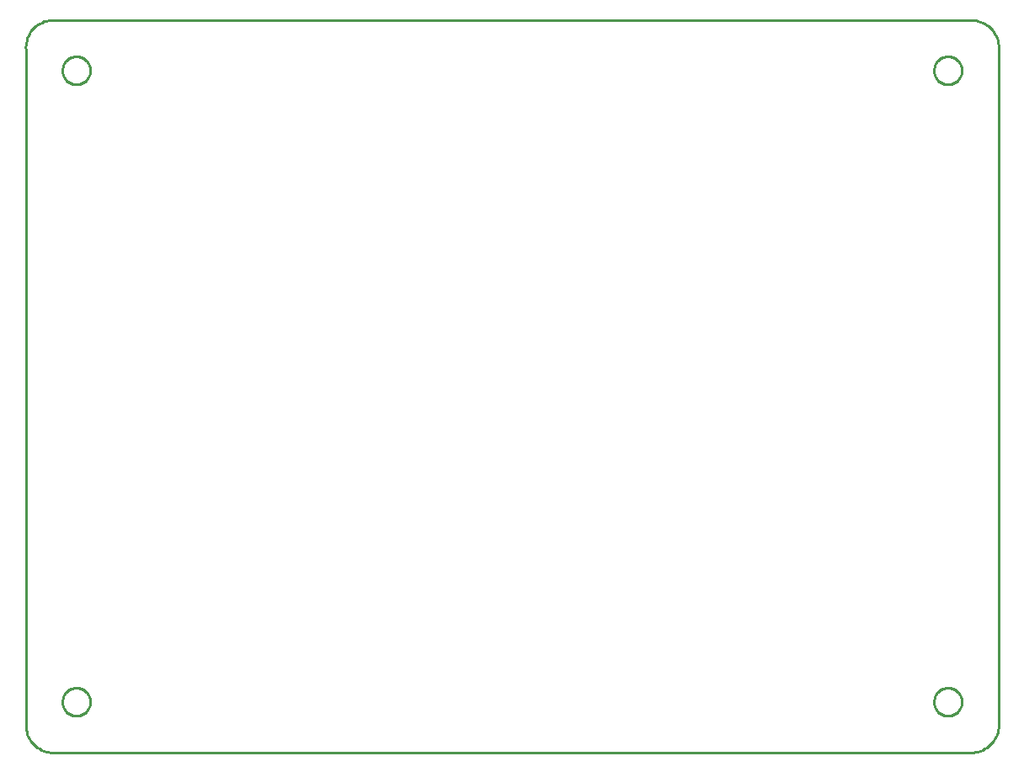
<source format=gbr>
G04 EAGLE Gerber X2 export*
%TF.Part,Single*%
%TF.FileFunction,Profile,NP*%
%TF.FilePolarity,Positive*%
%TF.GenerationSoftware,Autodesk,EAGLE,9.1.3*%
%TF.CreationDate,2020-01-09T21:36:22Z*%
G75*
%MOMM*%
%FSLAX34Y34*%
%LPD*%
%AMOC8*
5,1,8,0,0,1.08239X$1,22.5*%
G01*
%ADD10C,0.254000*%


D10*
X825500Y228600D02*
X825806Y226195D01*
X826320Y223825D01*
X827039Y221509D01*
X827957Y219265D01*
X829067Y217109D01*
X830361Y215058D01*
X831829Y213128D01*
X833459Y211333D01*
X835239Y209687D01*
X837157Y208202D01*
X839196Y206890D01*
X841342Y205761D01*
X843578Y204823D01*
X845887Y204084D01*
X848252Y203549D01*
X850655Y203221D01*
X850900Y203200D01*
X1778000Y203200D01*
X1780405Y203506D01*
X1782775Y204020D01*
X1785091Y204739D01*
X1787335Y205657D01*
X1789491Y206767D01*
X1791542Y208061D01*
X1793472Y209529D01*
X1795267Y211159D01*
X1796913Y212940D01*
X1798398Y214857D01*
X1799710Y216896D01*
X1800839Y219042D01*
X1801777Y221278D01*
X1802516Y223587D01*
X1803051Y225952D01*
X1803379Y228355D01*
X1803495Y230777D01*
X1803400Y233200D01*
X1803400Y914400D01*
X1803094Y916805D01*
X1802580Y919175D01*
X1801861Y921491D01*
X1800943Y923735D01*
X1799833Y925891D01*
X1798539Y927942D01*
X1797071Y929872D01*
X1795441Y931667D01*
X1793661Y933313D01*
X1791743Y934798D01*
X1789704Y936110D01*
X1787558Y937239D01*
X1785322Y938177D01*
X1783013Y938916D01*
X1780648Y939451D01*
X1778245Y939779D01*
X1775823Y939895D01*
X1773400Y939800D01*
X850900Y939800D01*
X848495Y939494D01*
X846125Y938980D01*
X843809Y938261D01*
X841565Y937343D01*
X839409Y936233D01*
X837358Y934939D01*
X835428Y933471D01*
X833633Y931841D01*
X831987Y930061D01*
X830502Y928143D01*
X829190Y926104D01*
X828061Y923958D01*
X827123Y921722D01*
X826384Y919413D01*
X825849Y917048D01*
X825521Y914645D01*
X825405Y912223D01*
X825500Y909800D01*
X825500Y228600D01*
X890300Y888500D02*
X890229Y887503D01*
X890086Y886513D01*
X889874Y885536D01*
X889592Y884576D01*
X889243Y883639D01*
X888827Y882729D01*
X888348Y881852D01*
X887807Y881010D01*
X887208Y880210D01*
X886553Y879454D01*
X885846Y878747D01*
X885090Y878092D01*
X884290Y877493D01*
X883448Y876952D01*
X882571Y876473D01*
X881661Y876057D01*
X880724Y875708D01*
X879765Y875426D01*
X878787Y875214D01*
X877798Y875071D01*
X876800Y875000D01*
X875800Y875000D01*
X874803Y875071D01*
X873813Y875214D01*
X872836Y875426D01*
X871876Y875708D01*
X870939Y876057D01*
X870029Y876473D01*
X869152Y876952D01*
X868310Y877493D01*
X867510Y878092D01*
X866754Y878747D01*
X866047Y879454D01*
X865392Y880210D01*
X864793Y881010D01*
X864252Y881852D01*
X863773Y882729D01*
X863357Y883639D01*
X863008Y884576D01*
X862726Y885536D01*
X862514Y886513D01*
X862371Y887503D01*
X862300Y888500D01*
X862300Y889500D01*
X862371Y890498D01*
X862514Y891487D01*
X862726Y892465D01*
X863008Y893424D01*
X863357Y894361D01*
X863773Y895271D01*
X864252Y896148D01*
X864793Y896990D01*
X865392Y897790D01*
X866047Y898546D01*
X866754Y899253D01*
X867510Y899908D01*
X868310Y900507D01*
X869152Y901048D01*
X870029Y901527D01*
X870939Y901943D01*
X871876Y902292D01*
X872836Y902574D01*
X873813Y902786D01*
X874803Y902929D01*
X875800Y903000D01*
X876800Y903000D01*
X877798Y902929D01*
X878787Y902786D01*
X879765Y902574D01*
X880724Y902292D01*
X881661Y901943D01*
X882571Y901527D01*
X883448Y901048D01*
X884290Y900507D01*
X885090Y899908D01*
X885846Y899253D01*
X886553Y898546D01*
X887208Y897790D01*
X887807Y896990D01*
X888348Y896148D01*
X888827Y895271D01*
X889243Y894361D01*
X889592Y893424D01*
X889874Y892465D01*
X890086Y891487D01*
X890229Y890498D01*
X890300Y889500D01*
X890300Y888500D01*
X1766600Y888500D02*
X1766529Y887503D01*
X1766386Y886513D01*
X1766174Y885536D01*
X1765892Y884576D01*
X1765543Y883639D01*
X1765127Y882729D01*
X1764648Y881852D01*
X1764107Y881010D01*
X1763508Y880210D01*
X1762853Y879454D01*
X1762146Y878747D01*
X1761390Y878092D01*
X1760590Y877493D01*
X1759748Y876952D01*
X1758871Y876473D01*
X1757961Y876057D01*
X1757024Y875708D01*
X1756065Y875426D01*
X1755087Y875214D01*
X1754098Y875071D01*
X1753100Y875000D01*
X1752100Y875000D01*
X1751103Y875071D01*
X1750113Y875214D01*
X1749136Y875426D01*
X1748176Y875708D01*
X1747239Y876057D01*
X1746329Y876473D01*
X1745452Y876952D01*
X1744610Y877493D01*
X1743810Y878092D01*
X1743054Y878747D01*
X1742347Y879454D01*
X1741692Y880210D01*
X1741093Y881010D01*
X1740552Y881852D01*
X1740073Y882729D01*
X1739657Y883639D01*
X1739308Y884576D01*
X1739026Y885536D01*
X1738814Y886513D01*
X1738671Y887503D01*
X1738600Y888500D01*
X1738600Y889500D01*
X1738671Y890498D01*
X1738814Y891487D01*
X1739026Y892465D01*
X1739308Y893424D01*
X1739657Y894361D01*
X1740073Y895271D01*
X1740552Y896148D01*
X1741093Y896990D01*
X1741692Y897790D01*
X1742347Y898546D01*
X1743054Y899253D01*
X1743810Y899908D01*
X1744610Y900507D01*
X1745452Y901048D01*
X1746329Y901527D01*
X1747239Y901943D01*
X1748176Y902292D01*
X1749136Y902574D01*
X1750113Y902786D01*
X1751103Y902929D01*
X1752100Y903000D01*
X1753100Y903000D01*
X1754098Y902929D01*
X1755087Y902786D01*
X1756065Y902574D01*
X1757024Y902292D01*
X1757961Y901943D01*
X1758871Y901527D01*
X1759748Y901048D01*
X1760590Y900507D01*
X1761390Y899908D01*
X1762146Y899253D01*
X1762853Y898546D01*
X1763508Y897790D01*
X1764107Y896990D01*
X1764648Y896148D01*
X1765127Y895271D01*
X1765543Y894361D01*
X1765892Y893424D01*
X1766174Y892465D01*
X1766386Y891487D01*
X1766529Y890498D01*
X1766600Y889500D01*
X1766600Y888500D01*
X1766600Y253500D02*
X1766529Y252503D01*
X1766386Y251513D01*
X1766174Y250536D01*
X1765892Y249576D01*
X1765543Y248639D01*
X1765127Y247729D01*
X1764648Y246852D01*
X1764107Y246010D01*
X1763508Y245210D01*
X1762853Y244454D01*
X1762146Y243747D01*
X1761390Y243092D01*
X1760590Y242493D01*
X1759748Y241952D01*
X1758871Y241473D01*
X1757961Y241057D01*
X1757024Y240708D01*
X1756065Y240426D01*
X1755087Y240214D01*
X1754098Y240071D01*
X1753100Y240000D01*
X1752100Y240000D01*
X1751103Y240071D01*
X1750113Y240214D01*
X1749136Y240426D01*
X1748176Y240708D01*
X1747239Y241057D01*
X1746329Y241473D01*
X1745452Y241952D01*
X1744610Y242493D01*
X1743810Y243092D01*
X1743054Y243747D01*
X1742347Y244454D01*
X1741692Y245210D01*
X1741093Y246010D01*
X1740552Y246852D01*
X1740073Y247729D01*
X1739657Y248639D01*
X1739308Y249576D01*
X1739026Y250536D01*
X1738814Y251513D01*
X1738671Y252503D01*
X1738600Y253500D01*
X1738600Y254500D01*
X1738671Y255498D01*
X1738814Y256487D01*
X1739026Y257465D01*
X1739308Y258424D01*
X1739657Y259361D01*
X1740073Y260271D01*
X1740552Y261148D01*
X1741093Y261990D01*
X1741692Y262790D01*
X1742347Y263546D01*
X1743054Y264253D01*
X1743810Y264908D01*
X1744610Y265507D01*
X1745452Y266048D01*
X1746329Y266527D01*
X1747239Y266943D01*
X1748176Y267292D01*
X1749136Y267574D01*
X1750113Y267786D01*
X1751103Y267929D01*
X1752100Y268000D01*
X1753100Y268000D01*
X1754098Y267929D01*
X1755087Y267786D01*
X1756065Y267574D01*
X1757024Y267292D01*
X1757961Y266943D01*
X1758871Y266527D01*
X1759748Y266048D01*
X1760590Y265507D01*
X1761390Y264908D01*
X1762146Y264253D01*
X1762853Y263546D01*
X1763508Y262790D01*
X1764107Y261990D01*
X1764648Y261148D01*
X1765127Y260271D01*
X1765543Y259361D01*
X1765892Y258424D01*
X1766174Y257465D01*
X1766386Y256487D01*
X1766529Y255498D01*
X1766600Y254500D01*
X1766600Y253500D01*
X890300Y253500D02*
X890229Y252503D01*
X890086Y251513D01*
X889874Y250536D01*
X889592Y249576D01*
X889243Y248639D01*
X888827Y247729D01*
X888348Y246852D01*
X887807Y246010D01*
X887208Y245210D01*
X886553Y244454D01*
X885846Y243747D01*
X885090Y243092D01*
X884290Y242493D01*
X883448Y241952D01*
X882571Y241473D01*
X881661Y241057D01*
X880724Y240708D01*
X879765Y240426D01*
X878787Y240214D01*
X877798Y240071D01*
X876800Y240000D01*
X875800Y240000D01*
X874803Y240071D01*
X873813Y240214D01*
X872836Y240426D01*
X871876Y240708D01*
X870939Y241057D01*
X870029Y241473D01*
X869152Y241952D01*
X868310Y242493D01*
X867510Y243092D01*
X866754Y243747D01*
X866047Y244454D01*
X865392Y245210D01*
X864793Y246010D01*
X864252Y246852D01*
X863773Y247729D01*
X863357Y248639D01*
X863008Y249576D01*
X862726Y250536D01*
X862514Y251513D01*
X862371Y252503D01*
X862300Y253500D01*
X862300Y254500D01*
X862371Y255498D01*
X862514Y256487D01*
X862726Y257465D01*
X863008Y258424D01*
X863357Y259361D01*
X863773Y260271D01*
X864252Y261148D01*
X864793Y261990D01*
X865392Y262790D01*
X866047Y263546D01*
X866754Y264253D01*
X867510Y264908D01*
X868310Y265507D01*
X869152Y266048D01*
X870029Y266527D01*
X870939Y266943D01*
X871876Y267292D01*
X872836Y267574D01*
X873813Y267786D01*
X874803Y267929D01*
X875800Y268000D01*
X876800Y268000D01*
X877798Y267929D01*
X878787Y267786D01*
X879765Y267574D01*
X880724Y267292D01*
X881661Y266943D01*
X882571Y266527D01*
X883448Y266048D01*
X884290Y265507D01*
X885090Y264908D01*
X885846Y264253D01*
X886553Y263546D01*
X887208Y262790D01*
X887807Y261990D01*
X888348Y261148D01*
X888827Y260271D01*
X889243Y259361D01*
X889592Y258424D01*
X889874Y257465D01*
X890086Y256487D01*
X890229Y255498D01*
X890300Y254500D01*
X890300Y253500D01*
M02*

</source>
